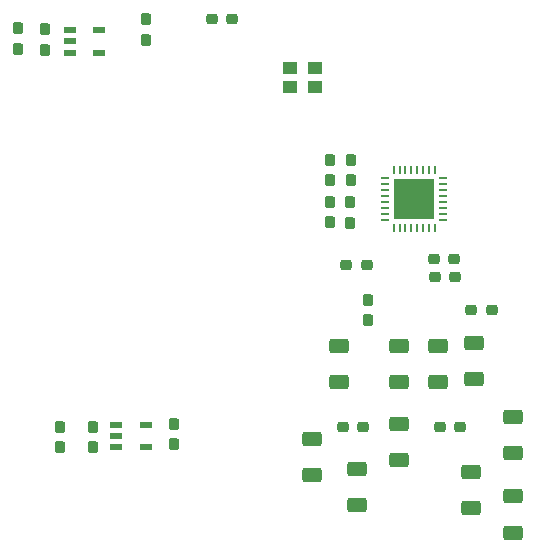
<source format=gbr>
%TF.GenerationSoftware,KiCad,Pcbnew,(6.0.10)*%
%TF.CreationDate,2023-03-06T12:11:40-08:00*%
%TF.ProjectId,PCM5242,50434d35-3234-4322-9e6b-696361645f70,rev?*%
%TF.SameCoordinates,Original*%
%TF.FileFunction,Paste,Top*%
%TF.FilePolarity,Positive*%
%FSLAX46Y46*%
G04 Gerber Fmt 4.6, Leading zero omitted, Abs format (unit mm)*
G04 Created by KiCad (PCBNEW (6.0.10)) date 2023-03-06 12:11:40*
%MOMM*%
%LPD*%
G01*
G04 APERTURE LIST*
G04 Aperture macros list*
%AMRoundRect*
0 Rectangle with rounded corners*
0 $1 Rounding radius*
0 $2 $3 $4 $5 $6 $7 $8 $9 X,Y pos of 4 corners*
0 Add a 4 corners polygon primitive as box body*
4,1,4,$2,$3,$4,$5,$6,$7,$8,$9,$2,$3,0*
0 Add four circle primitives for the rounded corners*
1,1,$1+$1,$2,$3*
1,1,$1+$1,$4,$5*
1,1,$1+$1,$6,$7*
1,1,$1+$1,$8,$9*
0 Add four rect primitives between the rounded corners*
20,1,$1+$1,$2,$3,$4,$5,0*
20,1,$1+$1,$4,$5,$6,$7,0*
20,1,$1+$1,$6,$7,$8,$9,0*
20,1,$1+$1,$8,$9,$2,$3,0*%
G04 Aperture macros list end*
%ADD10RoundRect,0.187500X-0.300000X-0.237500X0.300000X-0.237500X0.300000X0.237500X-0.300000X0.237500X0*%
%ADD11RoundRect,0.187500X0.300000X0.237500X-0.300000X0.237500X-0.300000X-0.237500X0.300000X-0.237500X0*%
%ADD12RoundRect,0.187500X0.237500X-0.300000X0.237500X0.300000X-0.237500X0.300000X-0.237500X-0.300000X0*%
%ADD13RoundRect,0.200000X-0.625000X0.400000X-0.625000X-0.400000X0.625000X-0.400000X0.625000X0.400000X0*%
%ADD14R,1.050000X0.500000*%
%ADD15RoundRect,0.200000X0.625000X-0.400000X0.625000X0.400000X-0.625000X0.400000X-0.625000X-0.400000X0*%
%ADD16RoundRect,0.187500X-0.237500X0.300000X-0.237500X-0.300000X0.237500X-0.300000X0.237500X0.300000X0*%
%ADD17R,0.800000X0.200000*%
%ADD18R,0.200000X0.800000*%
%ADD19R,3.450000X3.450000*%
%ADD20R,1.200000X1.000000*%
G04 APERTURE END LIST*
D10*
%TO.C,C19*%
X74829500Y-81026000D03*
X76554500Y-81026000D03*
%TD*%
D11*
%TO.C,C11*%
X95858500Y-115570000D03*
X94133500Y-115570000D03*
%TD*%
D12*
%TO.C,C15*%
X69232750Y-82751000D03*
X69232750Y-81026000D03*
%TD*%
D13*
%TO.C,R3*%
X90648000Y-108686000D03*
X90648000Y-111786000D03*
%TD*%
D14*
%TO.C,IC1*%
X62778000Y-81960500D03*
X62778000Y-82910500D03*
X62778000Y-83860500D03*
X65278000Y-83860500D03*
X65278000Y-81960500D03*
%TD*%
D12*
%TO.C,C16*%
X58374000Y-83513000D03*
X58374000Y-81788000D03*
%TD*%
D13*
%TO.C,R4*%
X85598000Y-108660000D03*
X85598000Y-111760000D03*
%TD*%
%TO.C,R6*%
X90678000Y-115290000D03*
X90678000Y-118390000D03*
%TD*%
D15*
%TO.C,R11*%
X100274000Y-124512000D03*
X100274000Y-121412000D03*
%TD*%
D16*
%TO.C,C2*%
X84836000Y-92958500D03*
X84836000Y-94683500D03*
%TD*%
D10*
%TO.C,C10*%
X93603500Y-101346000D03*
X95328500Y-101346000D03*
%TD*%
D16*
%TO.C,C4*%
X86500000Y-96537500D03*
X86500000Y-98262500D03*
%TD*%
D13*
%TO.C,R9*%
X96774000Y-119354000D03*
X96774000Y-122454000D03*
%TD*%
D16*
%TO.C,C18*%
X64781250Y-115523500D03*
X64781250Y-117248500D03*
%TD*%
D13*
%TO.C,R8*%
X83248000Y-116560000D03*
X83248000Y-119660000D03*
%TD*%
D16*
%TO.C,C14*%
X61938000Y-115523500D03*
X61938000Y-117248500D03*
%TD*%
D13*
%TO.C,R7*%
X100274000Y-114688000D03*
X100274000Y-117788000D03*
%TD*%
D15*
%TO.C,R10*%
X87122000Y-122200000D03*
X87122000Y-119100000D03*
%TD*%
D13*
%TO.C,R2*%
X97028000Y-108432000D03*
X97028000Y-111532000D03*
%TD*%
D17*
%TO.C,U1*%
X89498000Y-94516000D03*
X89498000Y-95016000D03*
X89498000Y-95516000D03*
X89498000Y-96016000D03*
X89498000Y-96516000D03*
X89498000Y-97016000D03*
X89498000Y-97516000D03*
X89498000Y-98016000D03*
D18*
X90198000Y-98716000D03*
X90698000Y-98716000D03*
X91198000Y-98716000D03*
X91698000Y-98716000D03*
X92198000Y-98716000D03*
X92698000Y-98716000D03*
X93198000Y-98716000D03*
X93698000Y-98716000D03*
D17*
X94398000Y-98016000D03*
X94398000Y-97516000D03*
X94398000Y-97016000D03*
X94398000Y-96516000D03*
X94398000Y-96016000D03*
X94398000Y-95516000D03*
X94398000Y-95016000D03*
X94398000Y-94516000D03*
D18*
X93698000Y-93816000D03*
X93198000Y-93816000D03*
X92698000Y-93816000D03*
X92198000Y-93816000D03*
X91698000Y-93816000D03*
X91198000Y-93816000D03*
X90698000Y-93816000D03*
X90198000Y-93816000D03*
D19*
X91948000Y-96266000D03*
%TD*%
D20*
%TO.C,Y1*%
X81444000Y-86781000D03*
X83544000Y-86781000D03*
X83544000Y-85131000D03*
X81444000Y-85131000D03*
%TD*%
D16*
%TO.C,C7*%
X88048000Y-104801500D03*
X88048000Y-106526500D03*
%TD*%
%TO.C,C1*%
X84836000Y-96514500D03*
X84836000Y-98239500D03*
%TD*%
D14*
%TO.C,IC2*%
X66691250Y-115382000D03*
X66691250Y-116332000D03*
X66691250Y-117282000D03*
X69191250Y-117282000D03*
X69191250Y-115382000D03*
%TD*%
D12*
%TO.C,C5*%
X86614000Y-94683500D03*
X86614000Y-92958500D03*
%TD*%
D10*
%TO.C,C9*%
X93659500Y-102870000D03*
X95384500Y-102870000D03*
%TD*%
D12*
%TO.C,C13*%
X60660000Y-83613500D03*
X60660000Y-81888500D03*
%TD*%
D11*
%TO.C,C12*%
X87610500Y-115570000D03*
X85885500Y-115570000D03*
%TD*%
D12*
%TO.C,C17*%
X71639250Y-116994500D03*
X71639250Y-115269500D03*
%TD*%
D10*
%TO.C,C8*%
X96785500Y-105664000D03*
X98510500Y-105664000D03*
%TD*%
D13*
%TO.C,R5*%
X93980000Y-108686000D03*
X93980000Y-111786000D03*
%TD*%
D10*
%TO.C,C6*%
X86203500Y-101854000D03*
X87928500Y-101854000D03*
%TD*%
M02*

</source>
